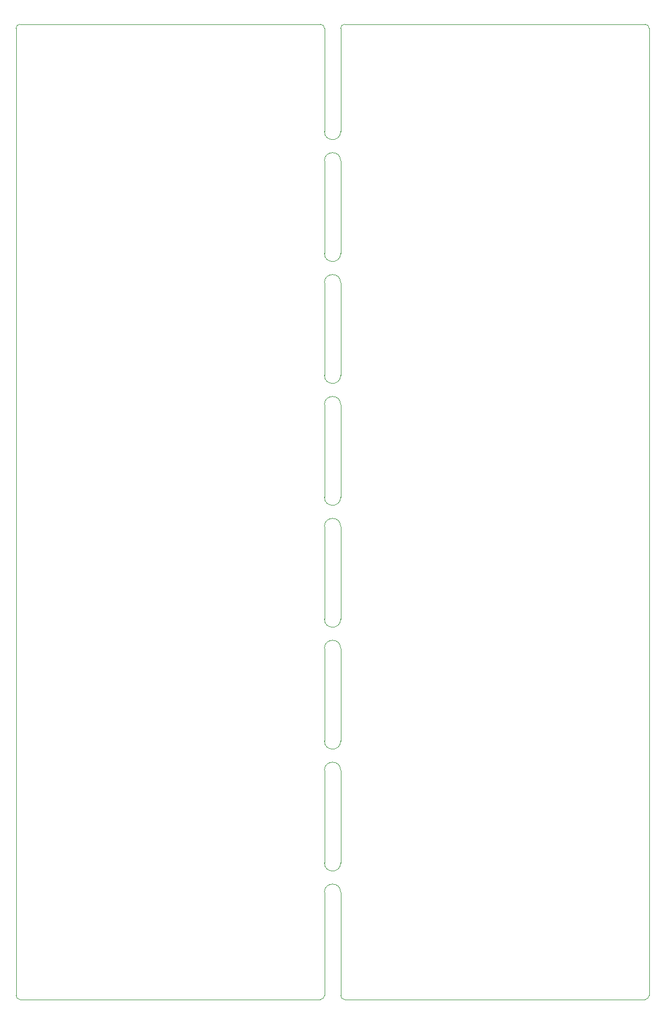
<source format=gm1>
%TF.GenerationSoftware,KiCad,Pcbnew,(6.0.6-0)*%
%TF.CreationDate,2022-09-03T01:28:16+01:00*%
%TF.ProjectId,4u-variable-integrator,34752d76-6172-4696-9162-6c652d696e74,r02*%
%TF.SameCoordinates,Original*%
%TF.FileFunction,Profile,NP*%
%FSLAX46Y46*%
G04 Gerber Fmt 4.6, Leading zero omitted, Abs format (unit mm)*
G04 Created by KiCad (PCBNEW (6.0.6-0)) date 2022-09-03 01:28:16*
%MOMM*%
%LPD*%
G01*
G04 APERTURE LIST*
%TA.AperFunction,Profile*%
%ADD10C,0.050000*%
%TD*%
G04 APERTURE END LIST*
D10*
X109220000Y-35560000D02*
X109220000Y-51689000D01*
X106680000Y-170561000D02*
X106680000Y-186690000D01*
X106045000Y-187325000D02*
G75*
G03*
X106680000Y-186690000I0J635000D01*
G01*
X109855000Y-34925000D02*
G75*
G03*
X109220000Y-35560000I0J-635000D01*
G01*
X106680000Y-35560000D02*
G75*
G03*
X106045000Y-34925000I-635000J0D01*
G01*
X58420000Y-186690000D02*
X58420000Y-35560000D01*
X109220000Y-94361000D02*
X109220000Y-108839000D01*
X109220000Y-113411000D02*
X109220000Y-127889000D01*
X157480000Y-186690000D02*
X157480000Y-35560000D01*
X109220000Y-75311000D02*
X109220000Y-89789000D01*
X109855000Y-187325000D02*
X156845000Y-187325000D01*
X59055000Y-34925000D02*
X106045000Y-34925000D01*
X106680000Y-75311000D02*
X106680000Y-89789000D01*
X106680000Y-94361000D02*
X106680000Y-108839000D01*
X109220000Y-151511000D02*
X109220000Y-165989000D01*
X156845000Y-34925000D02*
X109855000Y-34925000D01*
X59055000Y-34925000D02*
G75*
G03*
X58420000Y-35560000I0J-635000D01*
G01*
X106680000Y-35560000D02*
X106680000Y-51689000D01*
X106680000Y-113411000D02*
X106680000Y-127889000D01*
X106680000Y-132461000D02*
X106680000Y-146939000D01*
X58420000Y-186690000D02*
G75*
G03*
X59055000Y-187325000I635000J0D01*
G01*
X157480000Y-35560000D02*
G75*
G03*
X156845000Y-34925000I-635000J0D01*
G01*
X109220000Y-56261000D02*
X109220000Y-70739000D01*
X106680000Y-151511000D02*
X106680000Y-165989000D01*
X109220000Y-186690000D02*
G75*
G03*
X109855000Y-187325000I635000J0D01*
G01*
X106045000Y-187325000D02*
X59055000Y-187325000D01*
X109220000Y-170561000D02*
X109220000Y-186690000D01*
X156845000Y-187325000D02*
G75*
G03*
X157480000Y-186690000I0J635000D01*
G01*
X109220000Y-132461000D02*
X109220000Y-146939000D01*
X106680000Y-56261000D02*
X106680000Y-70739000D01*
%TO.C,mouse-bite-2.54mm-slot*%
X106680000Y-89789000D02*
G75*
G03*
X109220000Y-89789000I1270000J0D01*
G01*
X109220000Y-94361000D02*
G75*
G03*
X106680000Y-94361000I-1270000J0D01*
G01*
X109220000Y-75311000D02*
G75*
G03*
X106680000Y-75311000I-1270000J0D01*
G01*
X106680000Y-70739000D02*
G75*
G03*
X109220000Y-70739000I1270000J0D01*
G01*
X109220000Y-56261000D02*
G75*
G03*
X106680000Y-56261000I-1270000J0D01*
G01*
X106680000Y-51689000D02*
G75*
G03*
X109220000Y-51689000I1270000J0D01*
G01*
X109220000Y-132461000D02*
G75*
G03*
X106680000Y-132461000I-1270000J0D01*
G01*
X106680000Y-127889000D02*
G75*
G03*
X109220000Y-127889000I1270000J0D01*
G01*
X109220000Y-151511000D02*
G75*
G03*
X106680000Y-151511000I-1270000J0D01*
G01*
X106680000Y-146939000D02*
G75*
G03*
X109220000Y-146939000I1270000J0D01*
G01*
X106680000Y-108839000D02*
G75*
G03*
X109220000Y-108839000I1270000J0D01*
G01*
X109220000Y-113411000D02*
G75*
G03*
X106680000Y-113411000I-1270000J0D01*
G01*
X106680000Y-165989000D02*
G75*
G03*
X109220000Y-165989000I1270000J0D01*
G01*
X109220000Y-170561000D02*
G75*
G03*
X106680000Y-170561000I-1270000J0D01*
G01*
%TD*%
M02*

</source>
